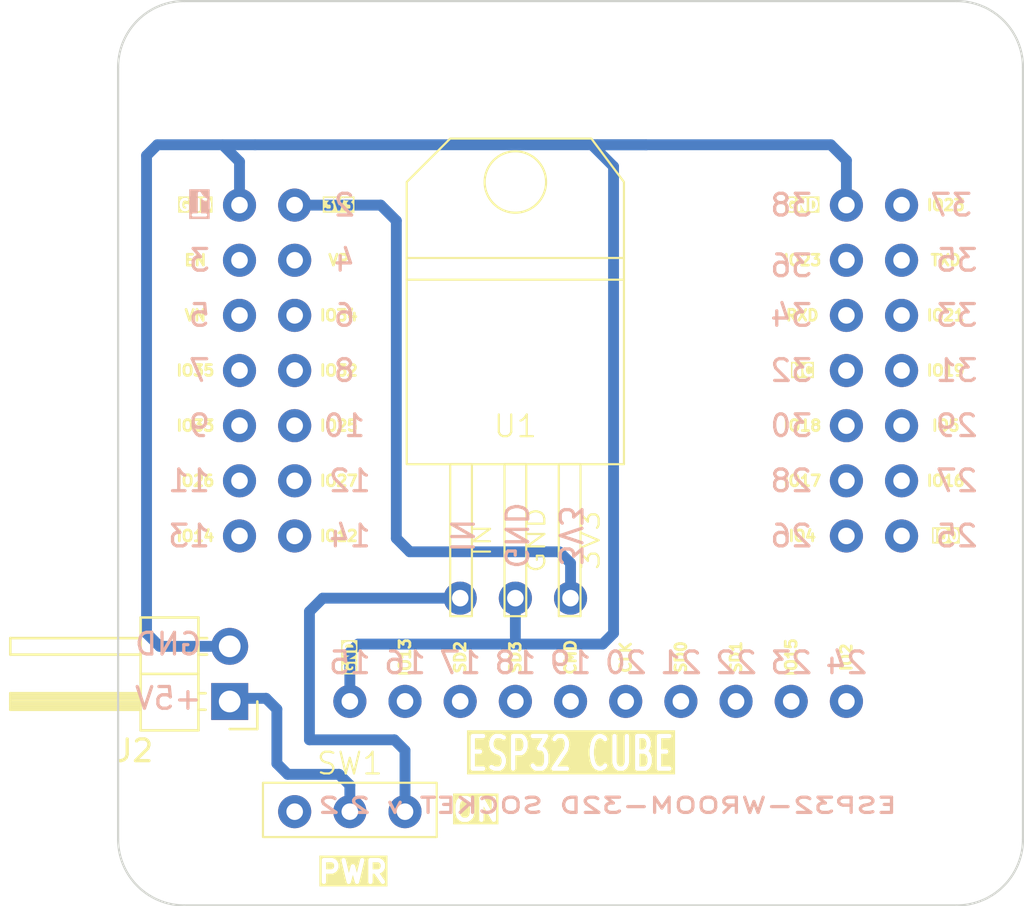
<source format=kicad_pcb>
(kicad_pcb (version 20221018) (generator pcbnew)
  (layers (0 "F.Cu" signal) (31 "B.Cu" signal) (34 "B.Paste" user) (35 "F.Paste" user) (36 "B.SilkS" user "B.Silkscreen") (37 "F.SilkS" user "F.Silkscreen") (38 "B.Mask" user) (39 "F.Mask" user) (44 "Edge.Cuts" user))
  (net 0 "")
  (net 1 "GND")
  (net 2 "+3V3")
  (net 36 "Net-(D2-A)")
  (net 37 "+5V")
  (net 38 "Net-(SW1-A)")
  (footprint "Connector_PinHeader_2.54mm:PinHeader_1x02_P2.54mm_Horizontal" (layer "F.Cu") (at 144.329 104.145 180)
    (fp_text reference "J2" (at 4.385 -2.27) (layer "F.SilkS"))
    (fp_text value "PWR")
    (fp_line (start -1.27 -1.27) (end 0 -1.27) (stroke (width 0.12)) (layer "F.SilkS"))
    (fp_line (start -1.27 0) (end -1.27 -1.27) (stroke (width 0.12)) (layer "F.SilkS"))
    (fp_line (start 1.042929 2.16) (end 1.44 2.16) (stroke (width 0.12)) (layer "F.SilkS"))
    (fp_line (start 1.042929 2.92) (end 1.44 2.92) (stroke (width 0.12)) (layer "F.SilkS"))
    (fp_line (start 1.11 -0.38) (end 1.44 -0.38) (stroke (width 0.12)) (layer "F.SilkS"))
    (fp_line (start 1.11 0.38) (end 1.44 0.38) (stroke (width 0.12)) (layer "F.SilkS"))
    (fp_line (start 1.44 -1.33) (end 1.44 3.87) (stroke (width 0.12)) (layer "F.SilkS"))
    (fp_line (start 1.44 1.27) (end 4.1 1.27) (stroke (width 0.12)) (layer "F.SilkS"))
    (fp_line (start 1.44 3.87) (end 4.1 3.87) (stroke (width 0.12)) (layer "F.SilkS"))
    (fp_line (start 4.1 -1.33) (end 1.44 -1.33) (stroke (width 0.12)) (layer "F.SilkS"))
    (fp_line (start 4.1 -0.38) (end 10.1 -0.38) (stroke (width 0.12)) (layer "F.SilkS"))
    (fp_line (start 4.1 -0.32) (end 10.1 -0.32) (stroke (width 0.12)) (layer "F.SilkS"))
    (fp_line (start 4.1 -0.2) (end 10.1 -0.2) (stroke (width 0.12)) (layer "F.SilkS"))
    (fp_line (start 4.1 -0.08) (end 10.1 -0.08) (stroke (width 0.12)) (layer "F.SilkS"))
    (fp_line (start 4.1 0.04) (end 10.1 0.04) (stroke (width 0.12)) (layer "F.SilkS"))
    (fp_line (start 4.1 0.16) (end 10.1 0.16) (stroke (width 0.12)) (layer "F.SilkS"))
    (fp_line (start 4.1 0.28) (end 10.1 0.28) (stroke (width 0.12)) (layer "F.SilkS"))
    (fp_line (start 4.1 2.16) (end 10.1 2.16) (stroke (width 0.12)) (layer "F.SilkS"))
    (fp_line (start 4.1 3.87) (end 4.1 -1.33) (stroke (width 0.12)) (layer "F.SilkS"))
    (fp_line (start 10.1 -0.38) (end 10.1 0.38) (stroke (width 0.12)) (layer "F.SilkS"))
    (fp_line (start 10.1 0.38) (end 4.1 0.38) (stroke (width 0.12)) (layer "F.SilkS"))
    (fp_line (start 10.1 2.16) (end 10.1 2.92) (stroke (width 0.12)) (layer "F.SilkS"))
    (fp_line (start 10.1 2.92) (end 4.1 2.92) (stroke (width 0.12)) (layer "F.SilkS"))
    (pad "1" thru_hole rect (at 0 0 180) (size 1.7 1.7) (drill 1) (layers "*.Cu" "*.Mask") (net 37 "+5V"))
    (pad "2" thru_hole oval (at 0 2.54 180) (size 1.7 1.7) (drill 1) (layers "*.Cu" "*.Mask") (net 1 "GND"))
  )
  (footprint "MountingHole:MountingHole_2.2mm_M2" (layer "F.Cu") (at 142.24 74.93)
    (fp_text reference "H1" hide)
    (fp_text value "MountingHole_Pad_MP" hide)
    (pad "" np_thru_hole circle (at 0 0) (size 2.2 2.2) (drill 2.2) (layers "*.Cu" "*.Mask"))
  )
  (footprint "MountingHole:MountingHole_2.2mm_M2" (layer "F.Cu") (at 142.24 110.49)
    (fp_text reference "H3" hide)
    (fp_text value "MountingHole_Pad_MP" hide)
    (pad "" np_thru_hole circle (at 0 0) (size 2.2 2.2) (drill 2.2) (layers "*.Cu" "*.Mask"))
  )
  (footprint "MountingHole:MountingHole_2.2mm_M2" (layer "F.Cu") (at 177.8 110.49)
    (fp_text reference "H4" hide)
    (fp_text value "MountingHole_Pad_MP" hide)
    (pad "" np_thru_hole circle (at 0 0) (size 2.2 2.2) (drill 2.2) (layers "*.Cu" "*.Mask"))
  )
  (footprint "Alexander Footprints Library:Switch_Slide_2.2mm" (layer "F.Cu") (at 149.86 104.14 180)
    (fp_text reference "SW1" (at 0 -2.86 unlocked) (layer "F.SilkS") (effects (font (thickness 0.1))))
    (fp_text value "PWR")
    (fp_rect (start -4 -6.25) (end 4 -3.75) (stroke (width 0.1)) (fill none) (layer "F.SilkS"))
    (pad "1" thru_hole circle (at -2.54 -5.08 180) (size 1.524 1.524) (drill 0.762) (layers "*.Cu" "*.Mask") (net 38 "Net-(SW1-A)"))
    (pad "2" thru_hole circle (at 0 -5.08 180) (size 1.524 1.524) (drill 0.762) (layers "*.Cu" "*.Mask") (net 37 "+5V"))
    (pad "3" thru_hole circle (at 2.54 -5.08 180) (size 1.524 1.524) (drill 0.762) (layers "*.Cu" "*.Mask"))
  )
  (footprint "MountingHole:MountingHole_2.2mm_M2" (layer "F.Cu") (at 177.8 74.93)
    (fp_text reference "H2" hide)
    (fp_text value "MountingHole_Pad_MP" hide)
    (pad "" np_thru_hole circle (at 0 0) (size 2.2 2.2) (drill 2.2) (layers "*.Cu" "*.Mask"))
  )
  (footprint "Alexander Footprints Library:ESP32-WROOM-STACK-2" (layer "F.Cu") (at 160.02 88.9)
    (fp_text reference "U1" hide)
    (fp_text value "ESP32-WROOM-32D" hide)
    (fp_text user "ESP32 CUBE" (at 0 17.653 unlocked) (layer "F.SilkS" knockout) (effects (font (size 1.5 1) (thickness 0.2) bold)))
    (pad "1" thru_hole circle (at -15.24 -7.62) (size 1.524 1.524) (drill 0.762) (layers "*.Cu" "*.Mask") (net 1 "GND"))
    (pad "2" thru_hole circle (at -12.7 -7.62) (size 1.524 1.524) (drill 0.762) (layers "*.Cu" "*.Mask") (net 2 "+3V3"))
    (pad "3" thru_hole circle (at -15.24 -5.08) (size 1.524 1.524) (drill 0.762) (layers "*.Cu" "*.Mask"))
    (pad "4" thru_hole circle (at -12.7 -5.08) (size 1.524 1.524) (drill 0.762) (layers "*.Cu" "*.Mask"))
    (pad "5" thru_hole circle (at -15.24 -2.54) (size 1.524 1.524) (drill 0.762) (layers "*.Cu" "*.Mask"))
    (pad "6" thru_hole circle (at -12.7 -2.54) (size 1.524 1.524) (drill 0.762) (layers "*.Cu" "*.Mask"))
    (pad "7" thru_hole circle (at -15.24 0) (size 1.524 1.524) (drill 0.762) (layers "*.Cu" "*.Mask"))
    (pad "8" thru_hole circle (at -12.7 0) (size 1.524 1.524) (drill 0.762) (layers "*.Cu" "*.Mask"))
    (pad "9" thru_hole circle (at -15.24 2.54) (size 1.524 1.524) (drill 0.762) (layers "*.Cu" "*.Mask"))
    (pad "10" thru_hole circle (at -12.7 2.54) (size 1.524 1.524) (drill 0.762) (layers "*.Cu" "*.Mask"))
    (pad "11" thru_hole circle (at -15.24 5.08) (size 1.524 1.524) (drill 0.762) (layers "*.Cu" "*.Mask"))
    (pad "12" thru_hole circle (at -12.7 5.08) (size 1.524 1.524) (drill 0.762) (layers "*.Cu" "*.Mask"))
    (pad "13" thru_hole circle (at -15.24 7.62) (size 1.524 1.524) (drill 0.762) (layers "*.Cu" "*.Mask"))
    (pad "14" thru_hole circle (at -12.7 7.62) (size 1.524 1.524) (drill 0.762) (layers "*.Cu" "*.Mask"))
    (pad "15" thru_hole circle (at -10.16 15.24 90) (size 1.524 1.524) (drill 0.762) (layers "*.Cu" "*.Mask") (net 1 "GND"))
    (pad "16" thru_hole circle (at -7.62 15.24 90) (size 1.524 1.524) (drill 0.762) (layers "*.Cu" "*.Mask"))
    (pad "17" thru_hole circle (at -5.08 15.24 90) (size 1.524 1.524) (drill 0.762) (layers "*.Cu" "*.Mask"))
    (pad "18" thru_hole circle (at -2.54 15.24 90) (size 1.524 1.524) (drill 0.762) (layers "*.Cu" "*.Mask"))
    (pad "19" thru_hole circle (at 0 15.24 90) (size 1.524 1.524) (drill 0.762) (layers "*.Cu" "*.Mask"))
    (pad "20" thru_hole circle (at 2.54 15.24 90) (size 1.524 1.524) (drill 0.762) (layers "*.Cu" "*.Mask"))
    (pad "21" thru_hole circle (at 5.08 15.24 90) (size 1.524 1.524) (drill 0.762) (layers "*.Cu" "*.Mask"))
    (pad "22" thru_hole circle (at 7.62 15.24 90) (size 1.524 1.524) (drill 0.762) (layers "*.Cu" "*.Mask"))
    (pad "23" thru_hole circle (at 10.16 15.24 90) (size 1.524 1.524) (drill 0.762) (layers "*.Cu" "*.Mask"))
    (pad "24" thru_hole circle (at 12.7 15.24 90) (size 1.524 1.524) (drill 0.762) (layers "*.Cu" "*.Mask"))
    (pad "25" thru_hole circle (at 15.24 7.62) (size 1.524 1.524) (drill 0.762) (layers "*.Cu" "*.Mask") (net 36 "Net-(D2-A)"))
    (pad "26" thru_hole circle (at 12.7 7.62) (size 1.524 1.524) (drill 0.762) (layers "*.Cu" "*.Mask"))
    (pad "27" thru_hole circle (at 15.24 5.08) (size 1.524 1.524) (drill 0.762) (layers "*.Cu" "*.Mask"))
    (pad "28" thru_hole circle (at 12.7 5.08) (size 1.524 1.524) (drill 0.762) (layers "*.Cu" "*.Mask"))
    (pad "29" thru_hole circle (at 15.24 2.54) (size 1.524 1.524) (drill 0.762) (layers "*.Cu" "*.Mask"))
    (pad "30" thru_hole circle (at 12.7 2.54) (size 1.524 1.524) (drill 0.762) (layers "*.Cu" "*.Mask"))
    (pad "31" thru_hole circle (at 15.24 0) (size 1.524 1.524) (drill 0.762) (layers "*.Cu" "*.Mask"))
    (pad "32" thru_hole circle (at 12.7 0) (size 1.524 1.524) (drill 0.762) (layers "*.Cu" "*.Mask"))
    (pad "33" thru_hole circle (at 15.24 -2.54) (size 1.524 1.524) (drill 0.762) (layers "*.Cu" "*.Mask"))
    (pad "34" thru_hole circle (at 12.7 -2.54) (size 1.524 1.524) (drill 0.762) (layers "*.Cu" "*.Mask"))
    (pad "35" thru_hole circle (at 15.24 -5.08) (size 1.524 1.524) (drill 0.762) (layers "*.Cu" "*.Mask"))
    (pad "36" thru_hole circle (at 12.7 -5.08) (size 1.524 1.524) (drill 0.762) (layers "*.Cu" "*.Mask"))
    (pad "37" thru_hole circle (at 15.24 -7.62) (size 1.524 1.524) (drill 0.762) (layers "*.Cu" "*.Mask"))
    (pad "38" thru_hole circle (at 12.7 -7.62) (size 1.524 1.524) (drill 0.762) (layers "*.Cu" "*.Mask") (net 1 "GND"))
  )
  (footprint "Alexander Footprints Library:L7803CV" (layer "F.Cu") (at 157.48 104.465)
    (fp_text reference "U1" (at 0 -13 unlocked) (layer "F.SilkS") (effects (font (thickness 0.1))))
    (fp_text value "L7803")
    (fp_text user "IN" (at -2 -7.75 90 unlocked) (layer "F.SilkS") (effects (font (size 0.8 1) (thickness 0.1)) (justify top)))
    (fp_text user "GND" (at 0.5 -7.75 90 unlocked) (layer "F.SilkS") (effects (font (size 0.8 1) (thickness 0.1)) (justify top)))
    (fp_text user "3V3" (at 3 -7.75 90 unlocked) (layer "F.SilkS") (effects (font (size 0.8 1) (thickness 0.1)) (justify top)))
    (fp_line (start -5 -20.75) (end 5 -20.75) (stroke (width 0.1)) (layer "F.SilkS"))
    (fp_line (start -5 -19.75) (end 5 -19.75) (stroke (width 0.1)) (layer "F.SilkS"))
    (fp_rect (start -3 -11.25) (end -2 -4.25) (stroke (width 0.1)) (fill none) (layer "F.SilkS"))
    (fp_rect (start -0.5 -11.25) (end 0.5 -4.25) (stroke (width 0.1)) (fill none) (layer "F.SilkS"))
    (fp_rect (start 2 -11.25) (end 3 -4.25) (stroke (width 0.1)) (fill none) (layer "F.SilkS"))
    (fp_circle (center 0 -24.25) (end 1 -25.25) (stroke (width 0.1)) (fill none) (layer "F.SilkS"))
    (fp_poly (pts (xy 5 -24.25) (xy 5 -11.25) (xy -5 -11.25) (xy -5 -24.25) (xy -3 -26.25) (xy 3.5 -26.25)) (stroke (width 0.1)) (fill none) (layer "F.SilkS"))
    (pad "1" thru_hole circle (at -2.54 -5.08) (size 1.524 1.524) (drill 0.762) (layers "*.Cu" "*.Mask") (net 38 "Net-(SW1-A)"))
    (pad "2" thru_hole circle (at 0 -5.08) (size 1.524 1.524) (drill 0.762) (layers "*.Cu" "*.Mask") (net 1 "GND"))
    (pad "3" thru_hole circle (at 2.54 -5.08) (size 1.524 1.524) (drill 0.762) (layers "*.Cu" "*.Mask") (net 2 "+3V3"))
  )
  (gr_line (start 177.8 113.538) (end 142.24 113.538) (stroke (width 0.1)) (layer "Edge.Cuts"))
  (gr_arc (start 177.8 71.882) (mid 179.955261 72.774739) (end 180.848 74.93) (stroke (width 0.1)) (layer "Edge.Cuts"))
  (gr_arc (start 139.192 74.93) (mid 140.084739 72.774739) (end 142.24 71.882) (stroke (width 0.1)) (layer "Edge.Cuts"))
  (gr_arc (start 142.24 113.538) (mid 140.084739 112.645261) (end 139.192 110.49) (stroke (width 0.1)) (layer "Edge.Cuts"))
  (gr_arc (start 180.848 110.49) (mid 179.955261 112.645261) (end 177.8 113.538) (stroke (width 0.1)) (layer "Edge.Cuts"))
  (gr_line (start 139.192 74.93) (end 139.192 110.49) (stroke (width 0.1)) (layer "Edge.Cuts"))
  (gr_line (start 177.8 71.882) (end 142.24 71.882) (stroke (width 0.1)) (layer "Edge.Cuts"))
  (gr_line (start 180.848 110.49) (end 180.848 74.93) (stroke (width 0.1)) (layer "Edge.Cuts"))
  (gr_text "26" (at 170.18 96.52) (layer "B.SilkS") (effects (font (size 1 1)) (justify mirror)))
  (gr_text "14" (at 149.86 96.52) (layer "B.SilkS") (effects (font (size 1 1)) (justify mirror)))
  (gr_text "18" (at 157.48 102.362) (layer "B.SilkS") (effects (font (size 1 1)) (justify mirror)))
  (gr_text "13" (at 143.51 96.52) (layer "B.SilkS") (effects (font (size 1 1)) (justify left mirror)))
  (gr_text "15" (at 149.86 102.362) (layer "B.SilkS") (effects (font (size 1 1)) (justify mirror)))
  (gr_text "24" (at 172.72 102.362) (layer "B.SilkS") (effects (font (size 1 1)) (justify mirror)))
  (gr_text "6" (at 149.606 86.36) (layer "B.SilkS") (effects (font (size 1 1)) (justify mirror)))
  (gr_text "7" (at 143.51 88.9) (layer "B.SilkS") (effects (font (size 1 1)) (justify left mirror)))
  (gr_text "+5V" (at 141.5 104) (layer "B.SilkS") (effects (font (size 1 1)) (justify mirror)))
  (gr_text "28" (at 170.18 93.98) (layer "B.SilkS") (effects (font (size 1 1)) (justify mirror)))
  (gr_text "33" (at 177.8 86.36) (layer "B.SilkS") (effects (font (size 1 1)) (justify mirror)))
  (gr_text "19" (at 160.02 102.362) (layer "B.SilkS") (effects (font (size 1 1)) (justify mirror)))
  (gr_text "5" (at 143.51 86.36) (layer "B.SilkS") (effects (font (size 1 1)) (justify left mirror)))
  (gr_text "31" (at 177.8 88.9) (layer "B.SilkS") (effects (font (size 1 1)) (justify mirror)))
  (gr_text "10" (at 149.606 91.44) (layer "B.SilkS") (effects (font (size 1 1)) (justify mirror)))
  (gr_text "16" (at 152.4 102.362) (layer "B.SilkS") (effects (font (size 1 1)) (justify mirror)))
  (gr_text "3" (at 143.51 83.82) (layer "B.SilkS") (effects (font (size 1 1)) (justify left mirror)))
  (gr_text "32" (at 170.18 88.9) (layer "B.SilkS") (effects (font (size 1 1)) (justify mirror)))
  (gr_text "22" (at 167.64 102.362) (layer "B.SilkS") (effects (font (size 1 1)) (justify mirror)))
  (gr_text "27" (at 177.8 93.98) (layer "B.SilkS") (effects (font (size 1 1)) (justify mirror)))
  (gr_text "4" (at 149.606 83.82) (layer "B.SilkS") (effects (font (size 1 1)) (justify mirror)))
  (gr_text "25" (at 177.8 96.52) (layer "B.SilkS") (effects (font (size 1 1)) (justify mirror)))
  (gr_text "8" (at 149.606 88.9) (layer "B.SilkS") (effects (font (size 1 1)) (justify mirror)))
  (gr_text "17" (at 154.94 102.362) (layer "B.SilkS") (effects (font (size 1 1)) (justify mirror)))
  (gr_text "36" (at 170.18 84.074) (layer "B.SilkS") (effects (font (size 1 1)) (justify mirror)))
  (gr_text "37" (at 177.546 81.28) (layer "B.SilkS") (effects (font (size 1 1)) (justify mirror)))
  (gr_text "GND" (at 157.5 96.5 -90) (layer "B.SilkS") (effects (font (size 1 1)) (justify mirror)))
  (gr_text "23\n" (at 170.18 102.362) (layer "B.SilkS") (effects (font (size 1 1)) (justify mirror)))
  (gr_text "29" (at 177.8 91.44) (layer "B.SilkS") (effects (font (size 1 1)) (justify mirror)))
  (gr_text "35" (at 177.8 83.82) (layer "B.SilkS") (effects (font (size 1 1)) (justify mirror)))
  (gr_text "30" (at 170.18 91.44) (layer "B.SilkS") (effects (font (size 1 1)) (justify mirror)))
  (gr_text "9" (at 143.51 91.44) (layer "B.SilkS") (effects (font (size 1 1)) (justify left mirror)))
  (gr_text "11" (at 143.51 93.98) (layer "B.SilkS") (effects (font (size 1 1)) (justify left mirror)))
  (gr_text "34" (at 170.18 86.36) (layer "B.SilkS") (effects (font (size 1 1)) (justify mirror)))
  (gr_text "2" (at 149.606 81.28) (layer "B.SilkS") (effects (font (size 1 1)) (justify mirror)))
  (gr_text "20" (at 162.56 102.362) (layer "B.SilkS") (effects (font (size 1 1)) (justify mirror)))
  (gr_text "IN" (at 155 96.5 -90) (layer "B.SilkS") (effects (font (size 1 1)) (justify mirror)))
  (gr_text "12" (at 149.86 93.98) (layer "B.SilkS") (effects (font (size 1 1)) (justify mirror)))
  (gr_text "21" (at 165.1 102.362) (layer "B.SilkS") (effects (font (size 1 1)) (justify mirror)))
  (gr_text "1" (at 143.51 81.28) (layer "B.SilkS" knockout) (effects (font (size 1 1)) (justify left mirror)))
  (gr_text "3V3" (at 160 96.5 -90) (layer "B.SilkS") (effects (font (size 1 1)) (justify mirror)))
  (gr_text "GND" (at 141.5 101.5) (layer "B.SilkS") (effects (font (size 1 1)) (justify mirror)))
  (gr_text "38" (at 170.18 81.28) (layer "B.SilkS") (effects (font (size 1 1)) (justify mirror)))
  (gr_text "ESP32-WROOM-32D SOCKET v 2.2" (at 175.133 109.347) (layer "B.SilkS") (effects (font (size 0.7 1)) (justify left bottom mirror)))
  (gr_text "RXD" (at 170.688 86.36) (layer "F.SilkS") (effects (font (size 0.5 0.5) (thickness 0.125))))
  (gr_text "CMD" (at 160.02 102.108 90) (layer "F.SilkS") (effects (font (size 0.5 0.5) (thickness 0.125))))
  (gr_text "PWR" (at 150 112) (layer "F.SilkS" knockout) (effects (font (size 1 1) (thickness 0.2) bold)))
  (gr_text "IO23" (at 170.688 83.82) (layer "F.SilkS") (effects (font (size 0.5 0.5) (thickness 0.125))))
  (gr_text "SD2" (at 154.94 102.108 90) (layer "F.SilkS") (effects (font (size 0.5 0.5) (thickness 0.125))))
  (gr_text "CLK" (at 162.56 102.108 90) (layer "F.SilkS") (effects (font (size 0.5 0.5) (thickness 0.125))))
  (gr_text "IO18" (at 170.688 91.44) (layer "F.SilkS") (effects (font (size 0.5 0.5) (thickness 0.125))))
  (gr_text "IO13" (at 152.4 102.108 90) (layer "F.SilkS") (effects (font (size 0.5 0.5) (thickness 0.125))))
  (gr_text "SD0" (at 165.1 102.108 90) (layer "F.SilkS") (effects (font (size 0.5 0.5) (thickness 0.125))))
  (gr_text "IO35" (at 142.748 88.9) (layer "F.SilkS") (effects (font (size 0.5 0.5) (thickness 0.125))))
  (gr_text "IO4" (at 170.688 96.52) (layer "F.SilkS") (effects (font (size 0.5 0.5) (thickness 0.125))))
  (gr_text "IO14" (at 142.748 96.52) (layer "F.SilkS") (effects (font (size 0.5 0.5) (thickness 0.125))))
  (gr_text "IO15" (at 170.18 102.108 90) (layer "F.SilkS") (effects (font (size 0.5 0.5) (thickness 0.125))))
  (gr_text "IO5" (at 177.292 91.44) (layer "F.SilkS") (effects (font (size 0.5 0.5) (thickness 0.125))))
  (gr_text "VN" (at 142.748 86.36) (layer "F.SilkS") (effects (font (size 0.5 0.5) (thickness 0.125))))
  (gr_text "IO25" (at 149.352 91.44) (layer "F.SilkS") (effects (font (size 0.5 0.5) (thickness 0.125))))
  (gr_text "SD1" (at 167.64 102.108 90) (layer "F.SilkS") (effects (font (size 0.5 0.5) (thickness 0.125))))
  (gr_text "IO12" (at 149.352 96.52) (layer "F.SilkS") (effects (font (size 0.5 0.5) (thickness 0.125))))
  (gr_text "3V3" (at 149.352 81.28) (layer "F.SilkS" knockout) (effects (font (size 0.5 0.5) (thickness 0.125))))
  (gr_text "IO26" (at 142.748 93.98) (layer "F.SilkS") (effects (font (size 0.5 0.5) (thickness 0.125))))
  (gr_text "VP" (at 149.352 83.82) (layer "F.SilkS") (effects (font (size 0.5 0.5) (thickness 0.125))))
  (gr_text "GND" (at 142.748 81.28) (layer "F.SilkS" knockout) (effects (font (size 0.5 0.5) (thickness 0.125))))
  (gr_text "IO34" (at 149.352 86.36) (layer "F.SilkS") (effects (font (size 0.5 0.5) (thickness 0.125))))
  (gr_text "IO23" (at 177.292 81.28) (layer "F.SilkS") (effects (font (size 0.5 0.5) (thickness 0.125))))
  (gr_text "IO16" (at 177.292 93.98) (layer "F.SilkS") (effects (font (size 0.5 0.5) (thickness 0.125))))
  (gr_text "IO17" (at 170.688 93.98) (layer "F.SilkS") (effects (font (size 0.5 0.5) (thickness 0.125))))
  (gr_text "IO0" (at 177.292 96.52) (layer "F.SilkS" knockout) (effects (font (size 0.5 0.5) (thickness 0.125))))
  (gr_text "TXD" (at 177.292 83.82) (layer "F.SilkS") (effects (font (size 0.5 0.5) (thickness 0.125))))
  (gr_text "SD3" (at 157.48 102.108 90) (layer "F.SilkS") (effects (font (size 0.5 0.5) (thickness 0.125))))
  (gr_text "ON" (at 154.5 109.14) (layer "F.SilkS" knockout) (effects (font (size 1 1) (thickness 0.2) bold) (justify left)))
  (gr_text "EN" (at 142.748 83.82) (layer "F.SilkS") (effects (font (size 0.5 0.5) (thickness 0.125))))
  (gr_text "IO19" (at 177.292 88.9) (layer "F.SilkS") (effects (font (size 0.5 0.5) (thickness 0.125))))
  (gr_text "IO32" (at 149.352 88.9) (layer "F.SilkS") (effects (font (size 0.5 0.5) (thickness 0.125))))
  (gr_text "GND" (at 170.688 81.28) (layer "F.SilkS" knockout) (effects (font (size 0.5 0.5) (thickness 0.125))))
  (gr_text "IO27" (at 149.352 93.98) (layer "F.SilkS") (effects (font (size 0.5 0.5) (thickness 0.125))))
  (gr_text "GND" (at 149.86 102.108 90) (layer "F.SilkS" knockout) (effects (font (size 0.5 0.5) (thickness 0.125))))
  (gr_text "IO21" (at 177.292 86.36) (layer "F.SilkS") (effects (font (size 0.5 0.5) (thickness 0.125))))
  (gr_text "IO33" (at 142.748 91.44) (layer "F.SilkS") (effects (font (size 0.5 0.5) (thickness 0.125))))
  (gr_text "NC" (at 170.688 88.9) (layer "F.SilkS" knockout) (effects (font (size 0.5 0.5) (thickness 0.125))))
  (gr_text "IO2" (at 172.72 102.108 90) (layer "F.SilkS") (effects (font (size 0.5 0.5) (thickness 0.125))))
  (segment (start 141 78.5) (end 140.5 79) (width 0.5) (layer "B.Cu") (net 1))
  (segment (start 140.5 79) (end 140.5 101) (width 0.5) (layer "B.Cu") (net 1))
  (segment (start 157.48 101.48) (end 157.48 99.385) (width 0.5) (layer "B.Cu") (net 1))
  (segment (start 172 78.5) (end 172.72 79.22) (width 0.5) (layer "B.Cu") (net 1))
  (segment (start 140.5 101) (end 141.105 101.605) (width 0.5) (layer "B.Cu") (net 1))
  (segment (start 150.25 101.5) (end 157.5 101.5) (width 0.5) (layer "B.Cu") (net 1))
  (segment (start 161 78.5) (end 163.5 78.5) (width 0.5) (layer "B.Cu") (net 1))
  (segment (start 144.78 79.28) (end 144 78.5) (width 0.5) (layer "B.Cu") (net 1))
  (segment (start 157.5 101.5) (end 157.48 101.48) (width 0.5) (layer "B.Cu") (net 1))
  (segment (start 144.78 81.28) (end 144.78 79.28) (width 0.5) (layer "B.Cu") (net 1))
  (segment (start 157.5 101.5) (end 161.5 101.5) (width 0.5) (layer "B.Cu") (net 1))
  (segment (start 145.5 78.5) (end 141 78.5) (width 0.5) (layer "B.Cu") (net 1))
  (segment (start 161.5 101.5) (end 162 101) (width 0.5) (layer "B.Cu") (net 1))
  (segment (start 145.5 78.5) (end 161.25 78.5) (width 0.5) (layer "B.Cu") (net 1))
  (segment (start 172.72 79.22) (end 172.72 81.28) (width 0.5) (layer "B.Cu") (net 1))
  (segment (start 162 79.5) (end 161 78.5) (width 0.5) (layer "B.Cu") (net 1))
  (segment (start 162 101) (end 162 79.5) (width 0.5) (layer "B.Cu") (net 1))
  (segment (start 163.5 78.5) (end 172 78.5) (width 0.5) (layer "B.Cu") (net 1))
  (segment (start 141.105 101.605) (end 144.329 101.605) (width 0.5) (layer "B.Cu") (net 1))
  (segment (start 149.86 104.14) (end 149.86 101.89) (width 0.5) (layer "B.Cu") (net 1))
  (segment (start 149.86 101.89) (end 150.25 101.5) (width 0.5) (layer "B.Cu") (net 1))
  (segment (start 161.25 78.5) (end 163.5 78.5) (width 0.5) (layer "B.Cu") (net 1))
  (segment (start 160.02 97.77) (end 160.02 99.385) (width 0.5) (layer "B.Cu") (net 2))
  (segment (start 151.28 81.28) (end 152 82) (width 0.5) (layer "B.Cu") (net 2))
  (segment (start 152 82) (end 152 96.628) (width 0.5) (layer "B.Cu") (net 2))
  (segment (start 152 96.628) (end 152.622 97.25) (width 0.5) (layer "B.Cu") (net 2))
  (segment (start 147.32 81.28) (end 151.28 81.28) (width 0.5) (layer "B.Cu") (net 2))
  (segment (start 152.622 97.25) (end 159.5 97.25) (width 0.5) (layer "B.Cu") (net 2))
  (segment (start 159.5 97.25) (end 160.02 97.77) (width 0.5) (layer "B.Cu") (net 2))
  (segment (start 147 107.5) (end 149.36 107.5) (width 0.5) (layer "B.Cu") (net 37))
  (segment (start 144.329 104.145) (end 144.474 104) (width 0.5) (layer "B.Cu") (net 37))
  (segment (start 149.86 108) (end 149.86 109.22) (width 0.5) (layer "B.Cu") (net 37))
  (segment (start 146 104) (end 146.5 104.5) (width 0.5) (layer "B.Cu") (net 37))
  (segment (start 146.5 104.5) (end 146.5 107) (width 0.5) (layer "B.Cu") (net 37))
  (segment (start 146.5 107) (end 147 107.5) (width 0.5) (layer "B.Cu") (net 37))
  (segment (start 149.36 107.5) (end 149.86 108) (width 0.5) (layer "B.Cu") (net 37))
  (segment (start 144.474 104) (end 146 104) (width 0.5) (layer "B.Cu") (net 37))
  (segment (start 154.94 99.385) (end 148.615 99.385) (width 0.5) (layer "B.Cu") (net 38))
  (segment (start 148.615 99.385) (end 148 100) (width 0.5) (layer "B.Cu") (net 38))
  (segment (start 151.91 105.91) (end 152.4 106.4) (width 0.5) (layer "B.Cu") (net 38))
  (segment (start 148 105.91) (end 151.91 105.91) (width 0.5) (layer "B.Cu") (net 38))
  (segment (start 152.4 106.4) (end 152.4 109.22) (width 0.5) (layer "B.Cu") (net 38))
  (segment (start 148 100) (end 148 105.91) (width 0.5) (layer "B.Cu") (net 38))
)
</source>
